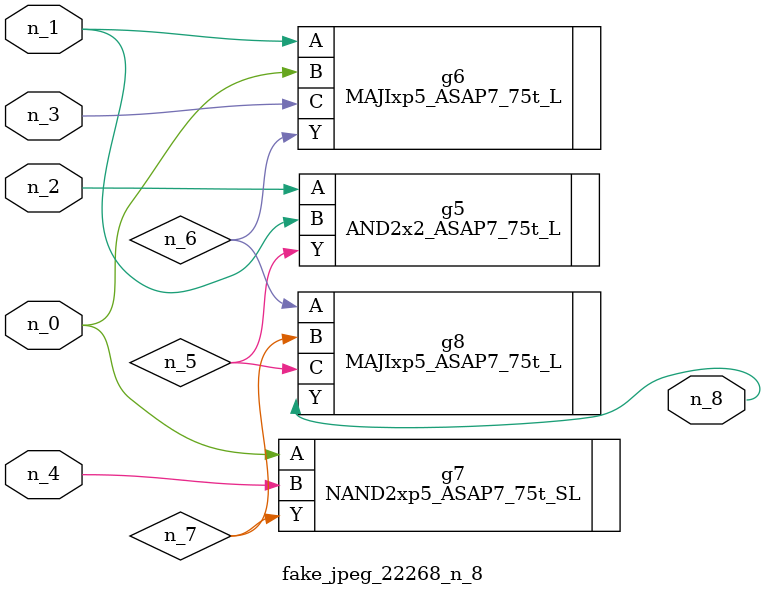
<source format=v>
module fake_jpeg_22268_n_8 (n_3, n_2, n_1, n_0, n_4, n_8);

input n_3;
input n_2;
input n_1;
input n_0;
input n_4;

output n_8;

wire n_6;
wire n_5;
wire n_7;

AND2x2_ASAP7_75t_L g5 ( 
.A(n_2),
.B(n_1),
.Y(n_5)
);

MAJIxp5_ASAP7_75t_L g6 ( 
.A(n_1),
.B(n_0),
.C(n_3),
.Y(n_6)
);

NAND2xp5_ASAP7_75t_SL g7 ( 
.A(n_0),
.B(n_4),
.Y(n_7)
);

MAJIxp5_ASAP7_75t_L g8 ( 
.A(n_6),
.B(n_7),
.C(n_5),
.Y(n_8)
);


endmodule
</source>
